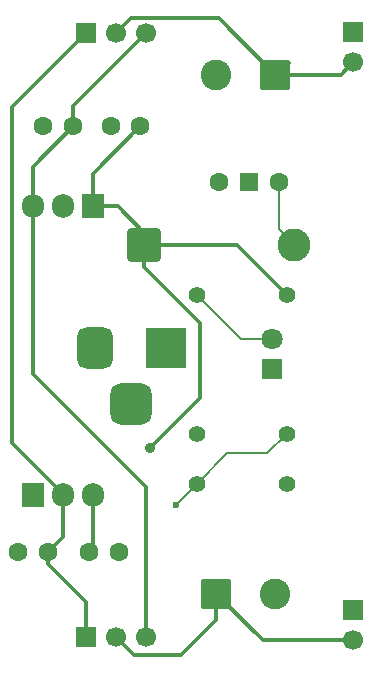
<source format=gbr>
%TF.GenerationSoftware,KiCad,Pcbnew,9.0.7*%
%TF.CreationDate,2026-02-03T15:10:29+02:00*%
%TF.ProjectId,Breadboard_Power_Supply,42726561-6462-46f6-9172-645f506f7765,2*%
%TF.SameCoordinates,Original*%
%TF.FileFunction,Copper,L1,Top*%
%TF.FilePolarity,Positive*%
%FSLAX46Y46*%
G04 Gerber Fmt 4.6, Leading zero omitted, Abs format (unit mm)*
G04 Created by KiCad (PCBNEW 9.0.7) date 2026-02-03 15:10:29*
%MOMM*%
%LPD*%
G01*
G04 APERTURE LIST*
G04 Aperture macros list*
%AMRoundRect*
0 Rectangle with rounded corners*
0 $1 Rounding radius*
0 $2 $3 $4 $5 $6 $7 $8 $9 X,Y pos of 4 corners*
0 Add a 4 corners polygon primitive as box body*
4,1,4,$2,$3,$4,$5,$6,$7,$8,$9,$2,$3,0*
0 Add four circle primitives for the rounded corners*
1,1,$1+$1,$2,$3*
1,1,$1+$1,$4,$5*
1,1,$1+$1,$6,$7*
1,1,$1+$1,$8,$9*
0 Add four rect primitives between the rounded corners*
20,1,$1+$1,$2,$3,$4,$5,0*
20,1,$1+$1,$4,$5,$6,$7,0*
20,1,$1+$1,$6,$7,$8,$9,0*
20,1,$1+$1,$8,$9,$2,$3,0*%
G04 Aperture macros list end*
%TA.AperFunction,ComponentPad*%
%ADD10C,1.400000*%
%TD*%
%TA.AperFunction,ComponentPad*%
%ADD11RoundRect,0.250001X-1.149999X-1.149999X1.149999X-1.149999X1.149999X1.149999X-1.149999X1.149999X0*%
%TD*%
%TA.AperFunction,ComponentPad*%
%ADD12C,2.800000*%
%TD*%
%TA.AperFunction,ComponentPad*%
%ADD13C,1.600000*%
%TD*%
%TA.AperFunction,ComponentPad*%
%ADD14R,1.700000X1.700000*%
%TD*%
%TA.AperFunction,ComponentPad*%
%ADD15C,1.700000*%
%TD*%
%TA.AperFunction,ComponentPad*%
%ADD16R,1.500000X1.500000*%
%TD*%
%TA.AperFunction,ComponentPad*%
%ADD17R,1.905000X2.000000*%
%TD*%
%TA.AperFunction,ComponentPad*%
%ADD18O,1.905000X2.000000*%
%TD*%
%TA.AperFunction,ComponentPad*%
%ADD19R,3.500000X3.500000*%
%TD*%
%TA.AperFunction,ComponentPad*%
%ADD20RoundRect,0.750000X-0.750000X-1.000000X0.750000X-1.000000X0.750000X1.000000X-0.750000X1.000000X0*%
%TD*%
%TA.AperFunction,ComponentPad*%
%ADD21RoundRect,0.875000X-0.875000X-0.875000X0.875000X-0.875000X0.875000X0.875000X-0.875000X0.875000X0*%
%TD*%
%TA.AperFunction,ComponentPad*%
%ADD22RoundRect,0.250000X-1.050000X-1.050000X1.050000X-1.050000X1.050000X1.050000X-1.050000X1.050000X0*%
%TD*%
%TA.AperFunction,ComponentPad*%
%ADD23C,2.600000*%
%TD*%
%TA.AperFunction,ComponentPad*%
%ADD24R,1.800000X1.800000*%
%TD*%
%TA.AperFunction,ComponentPad*%
%ADD25C,1.800000*%
%TD*%
%TA.AperFunction,ComponentPad*%
%ADD26RoundRect,0.250000X1.050000X1.050000X-1.050000X1.050000X-1.050000X-1.050000X1.050000X-1.050000X0*%
%TD*%
%TA.AperFunction,ViaPad*%
%ADD27C,0.900000*%
%TD*%
%TA.AperFunction,ViaPad*%
%ADD28C,0.600000*%
%TD*%
%TA.AperFunction,Conductor*%
%ADD29C,0.350000*%
%TD*%
%TA.AperFunction,Conductor*%
%ADD30C,0.200000*%
%TD*%
G04 APERTURE END LIST*
D10*
%TO.P,R3,1*%
%TO.N,Net-(U2-ADJ)*%
X123890000Y-95250000D03*
%TO.P,R3,2*%
%TO.N,/3.3V*%
X131510000Y-95250000D03*
%TD*%
D11*
%TO.P,D1,1,K*%
%TO.N,/12V*%
X119430800Y-75031600D03*
D12*
%TO.P,D1,2,A*%
%TO.N,Net-(D1-A)*%
X132130800Y-75031600D03*
%TD*%
D13*
%TO.P,C2,1*%
%TO.N,/5V*%
X113360200Y-65000000D03*
%TO.P,C2,2*%
%TO.N,GND*%
X110860200Y-65000000D03*
%TD*%
%TO.P,C3,1*%
%TO.N,/3.3V*%
X111250000Y-101000000D03*
%TO.P,C3,2*%
%TO.N,GND*%
X108750000Y-101000000D03*
%TD*%
D14*
%TO.P,J7,1,Pin_1*%
%TO.N,/3.3V*%
X114475000Y-108200630D03*
D15*
%TO.P,J7,2,Pin_2*%
%TO.N,/PWR_OUTPUT_BOT*%
X117015000Y-108200630D03*
%TO.P,J7,3,Pin_3*%
%TO.N,/5V*%
X119555000Y-108200630D03*
%TD*%
D14*
%TO.P,J3,1,Pin_1*%
%TO.N,GND*%
X137055200Y-57043400D03*
D15*
%TO.P,J3,2,Pin_2*%
%TO.N,/PWR_OUTPUT_TOP*%
X137055200Y-59583400D03*
%TD*%
D13*
%TO.P,C4,1*%
%TO.N,/12V*%
X114750000Y-101000000D03*
%TO.P,C4,2*%
%TO.N,GND*%
X117250000Y-101000000D03*
%TD*%
D16*
%TO.P,SW1,1,B*%
%TO.N,/PWR_INPUT*%
X128250000Y-69723000D03*
D13*
%TO.P,SW1,2,C*%
%TO.N,unconnected-(SW1-C-Pad2)*%
X125710000Y-69723000D03*
%TO.P,SW1,3,A*%
%TO.N,Net-(D1-A)*%
X130790000Y-69723000D03*
%TD*%
D17*
%TO.P,U1,1,VI*%
%TO.N,/12V*%
X115040000Y-71750000D03*
D18*
%TO.P,U1,2,GND*%
%TO.N,GND*%
X112500000Y-71750000D03*
%TO.P,U1,3,VO*%
%TO.N,/5V*%
X109960000Y-71750000D03*
%TD*%
D19*
%TO.P,J1,1*%
%TO.N,/PWR_INPUT*%
X121250000Y-83792500D03*
D20*
%TO.P,J1,2*%
%TO.N,GND*%
X115250000Y-83792500D03*
D21*
%TO.P,J1,3*%
X118250000Y-88492500D03*
%TD*%
D13*
%TO.P,C1,1*%
%TO.N,/12V*%
X119080600Y-65000000D03*
%TO.P,C1,2*%
%TO.N,GND*%
X116580600Y-65000000D03*
%TD*%
D10*
%TO.P,R2,1*%
%TO.N,GND*%
X123890000Y-91000000D03*
%TO.P,R2,2*%
%TO.N,Net-(U2-ADJ)*%
X131510000Y-91000000D03*
%TD*%
D22*
%TO.P,J8,1,Pin_1*%
%TO.N,/PWR_OUTPUT_BOT*%
X125510000Y-104566500D03*
D23*
%TO.P,J8,2,Pin_2*%
%TO.N,GND*%
X130510000Y-104566500D03*
%TD*%
D14*
%TO.P,J4,1,Pin_1*%
%TO.N,GND*%
X137083800Y-105963800D03*
D15*
%TO.P,J4,2,Pin_2*%
%TO.N,/PWR_OUTPUT_BOT*%
X137083800Y-108503800D03*
%TD*%
D14*
%TO.P,J5,1,Pin_1*%
%TO.N,/3.3V*%
X114475000Y-57077500D03*
D15*
%TO.P,J5,2,Pin_2*%
%TO.N,/PWR_OUTPUT_TOP*%
X117015000Y-57077500D03*
%TO.P,J5,3,Pin_3*%
%TO.N,/5V*%
X119555000Y-57077500D03*
%TD*%
D17*
%TO.P,U2,1,ADJ*%
%TO.N,Net-(U2-ADJ)*%
X109960000Y-96195000D03*
D18*
%TO.P,U2,2,VO*%
%TO.N,/3.3V*%
X112500000Y-96195000D03*
%TO.P,U2,3,VI*%
%TO.N,/12V*%
X115040000Y-96195000D03*
%TD*%
D24*
%TO.P,D2,1,K*%
%TO.N,GND*%
X130250000Y-85520000D03*
D25*
%TO.P,D2,2,A*%
%TO.N,Net-(D2-A)*%
X130250000Y-82980000D03*
%TD*%
D10*
%TO.P,R1,1*%
%TO.N,Net-(D2-A)*%
X123890000Y-79250000D03*
%TO.P,R1,2*%
%TO.N,/12V*%
X131510000Y-79250000D03*
%TD*%
D26*
%TO.P,J6,1,Pin_1*%
%TO.N,/PWR_OUTPUT_TOP*%
X130510000Y-60604400D03*
D23*
%TO.P,J6,2,Pin_2*%
%TO.N,GND*%
X125510000Y-60604400D03*
%TD*%
D27*
%TO.N,/12V*%
X119913400Y-92252800D03*
D28*
%TO.N,Net-(U2-ADJ)*%
X122061200Y-97078800D03*
%TD*%
D29*
%TO.N,/PWR_OUTPUT_BOT*%
X125510000Y-106760000D02*
X125510000Y-104566500D01*
X118554370Y-109740000D02*
X122530000Y-109740000D01*
X122530000Y-109740000D02*
X125510000Y-106760000D01*
X117015000Y-108200630D02*
X118554370Y-109740000D01*
X129447300Y-108503800D02*
X125510000Y-104566500D01*
X137083800Y-108503800D02*
X129447300Y-108503800D01*
%TO.N,/PWR_OUTPUT_TOP*%
X125707100Y-55801500D02*
X130510000Y-60604400D01*
X118291000Y-55801500D02*
X125707100Y-55801500D01*
X117015000Y-57077500D02*
X118291000Y-55801500D01*
X136034200Y-60604400D02*
X130510000Y-60604400D01*
X137055200Y-59583400D02*
X136034200Y-60604400D01*
%TO.N,/12V*%
X119430800Y-74000000D02*
X119430800Y-75031600D01*
X115040000Y-71750000D02*
X117180800Y-71750000D01*
X115040000Y-69040600D02*
X115040000Y-71750000D01*
X119080600Y-65000000D02*
X115040000Y-69040600D01*
X117180800Y-71750000D02*
X119430800Y-74000000D01*
X115040000Y-100710000D02*
X114750000Y-101000000D01*
X119430800Y-76885800D02*
X119430800Y-75031600D01*
X124155200Y-88011000D02*
X124155200Y-81610200D01*
X115040000Y-96195000D02*
X115040000Y-100710000D01*
X131510000Y-79250000D02*
X127291600Y-75031600D01*
X127291600Y-75031600D02*
X119430800Y-75031600D01*
X119913400Y-92252800D02*
X124155200Y-88011000D01*
X124155200Y-81610200D02*
X119430800Y-76885800D01*
%TO.N,/5V*%
X109960000Y-68400200D02*
X113360200Y-65000000D01*
X113360200Y-63272300D02*
X119555000Y-57077500D01*
X109960000Y-71750000D02*
X109960000Y-68400200D01*
X113360200Y-65000000D02*
X113360200Y-63272300D01*
X119555000Y-95526600D02*
X109960000Y-85931600D01*
X109960000Y-85931600D02*
X109960000Y-71750000D01*
X119555000Y-108200630D02*
X119555000Y-95526600D01*
%TO.N,/3.3V*%
X114475000Y-105280200D02*
X114475000Y-108200630D01*
X111250000Y-101000000D02*
X111250000Y-102055200D01*
X108178600Y-63373900D02*
X108178600Y-91826100D01*
X108178600Y-91826100D02*
X112500000Y-96147500D01*
X111250000Y-102055200D02*
X114475000Y-105280200D01*
X112500000Y-96195000D02*
X112500000Y-99750000D01*
X114475000Y-57077500D02*
X108178600Y-63373900D01*
X112500000Y-96147500D02*
X112500000Y-96195000D01*
X112500000Y-99750000D02*
X111250000Y-101000000D01*
D30*
%TO.N,Net-(D1-A)*%
X130790000Y-73690800D02*
X132130800Y-75031600D01*
X130790000Y-69723000D02*
X130790000Y-73690800D01*
%TO.N,Net-(D2-A)*%
X123890000Y-79250000D02*
X127620000Y-82980000D01*
X127620000Y-82980000D02*
X130250000Y-82980000D01*
D29*
%TO.N,/PWR_OUTPUT_BOT*%
X126356000Y-104566500D02*
X125510000Y-104566500D01*
%TO.N,/PWR_OUTPUT_TOP*%
X131667900Y-59659600D02*
X131000000Y-60327500D01*
D30*
%TO.N,Net-(U2-ADJ)*%
X131510000Y-91000000D02*
X129825400Y-92684600D01*
X129825400Y-92684600D02*
X126455400Y-92684600D01*
X126455400Y-92684600D02*
X123890000Y-95250000D01*
X122061200Y-97078800D02*
X123890000Y-95250000D01*
%TD*%
M02*

</source>
